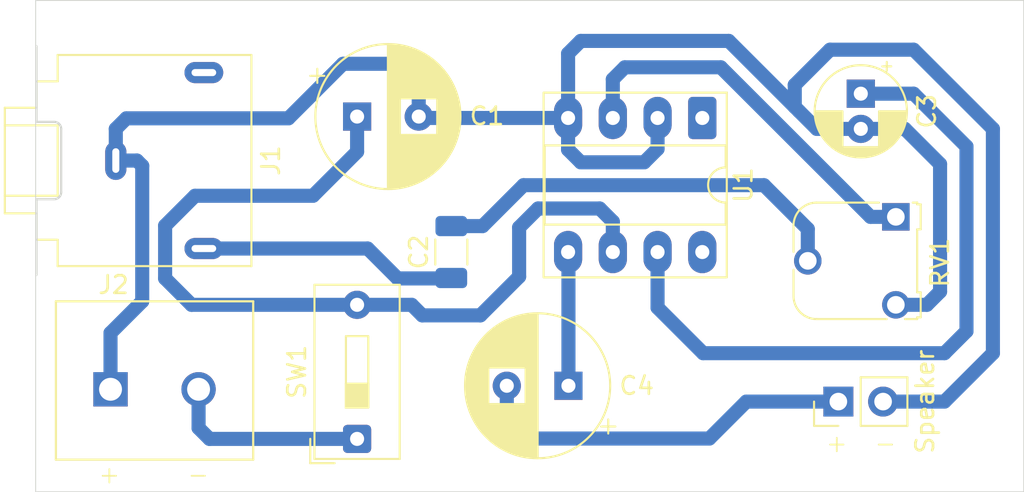
<source format=kicad_pcb>
(kicad_pcb (version 20241229) (generator "pcbnew") (generator_version "9.0")
  (layers (0 "F.Cu" signal) (2 "B.Cu" signal) (13 "F.Paste" user) (15 "B.Paste" user) (5 "F.SilkS" user "F.Silkscreen") (7 "B.SilkS" user "B.Silkscreen") (1 "F.Mask" user) (3 "B.Mask" user) (25 "Edge.Cuts" user))
  (net 0 "")
  (net 1 "Net-(J3-Pin_2)")
  (net 2 "Net-(SW1-B)")
  (net 3 "Net-(C2-Pad1)")
  (net 4 "Net-(C2-Pad2)")
  (net 5 "Net-(U1-BYPASS)")
  (net 6 "Net-(C4-Pad1)")
  (net 7 "Net-(J3-Pin_1)")
  (net 9 "Net-(U1-+)")
  (net 10 "Net-(SW1-A)")
  (footprint "Package_DIP:DIP-8_W7.62mm_Socket_LongPads" (layer "F.Cu") (at 139 95.88 -90)
    (property "Reference" "U1" (at 3.81 -2.33 90) (layer "F.SilkS"))
    (property "Value" "LM386" (hide yes))
    (pad "1" thru_hole roundrect (at 0 0 270) (size 2.4 1.6) (drill 0.8) (layers "*.Cu" "*.Mask") (roundrect_rratio 0.15625))
    (pad "2" thru_hole oval (at 0 2.54 270) (size 2.4 1.6) (drill 0.8) (layers "*.Cu" "*.Mask") (net 1 "Net-(J3-Pin_2)"))
    (pad "3" thru_hole oval (at 0 5.08 270) (size 2.4 1.6) (drill 0.8) (layers "*.Cu" "*.Mask") (net 9 "Net-(U1-+)"))
    (pad "4" thru_hole oval (at 0 7.62 270) (size 2.4 1.6) (drill 0.8) (layers "*.Cu" "*.Mask") (net 1 "Net-(J3-Pin_2)"))
    (pad "5" thru_hole oval (at 7.62 7.62 270) (size 2.4 1.6) (drill 0.8) (layers "*.Cu" "*.Mask") (net 6 "Net-(C4-Pad1)"))
    (pad "6" thru_hole oval (at 7.62 5.08 270) (size 2.4 1.6) (drill 0.8) (layers "*.Cu" "*.Mask") (net 2 "Net-(SW1-B)"))
    (pad "7" thru_hole oval (at 7.62 2.54 270) (size 2.4 1.6) (drill 0.8) (layers "*.Cu" "*.Mask") (net 5 "Net-(U1-BYPASS)"))
    (pad "8" thru_hole oval (at 7.62 0 270) (size 2.4 1.6) (drill 0.8) (layers "*.Cu" "*.Mask"))
  )
  (footprint "Potentiometer_THT:Potentiometer_Runtron_RM-065_Vertical" (layer "F.Cu") (at 149.99 101.5 -90)
    (property "Reference" "RV1" (at 2.6 -2.5 90) (layer "F.SilkS"))
    (property "Value" "10k")
    (pad "1" thru_hole rect (at 0 0 270) (size 1.56 1.56) (drill 1) (layers "*.Cu" "*.Mask") (net 9 "Net-(U1-+)"))
    (pad "2" thru_hole circle (at 2.5 5 270) (size 1.56 1.56) (drill 1) (layers "*.Cu" "*.Mask") (net 4 "Net-(C2-Pad2)"))
    (pad "3" thru_hole circle (at 5 0 270) (size 1.56 1.56) (drill 1) (layers "*.Cu" "*.Mask") (net 1 "Net-(J3-Pin_2)"))
  )
  (footprint "Capacitor_THT:CP_Radial_D5.0mm_P2.00mm" (layer "F.Cu") (at 148 94.5 -90)
    (property "Reference" "C3" (at 1 -3.75 90) (layer "F.SilkS"))
    (property "Value" "100u")
    (pad "1" thru_hole rect (at 0 0 270) (size 1.6 1.6) (drill 0.8) (layers "*.Cu" "*.Mask") (net 5 "Net-(U1-BYPASS)"))
    (pad "2" thru_hole circle (at 2 0 270) (size 1.6 1.6) (drill 0.8) (layers "*.Cu" "*.Mask") (net 1 "Net-(J3-Pin_2)"))
  )
  (footprint "Button_Switch_THT:SW_DIP_SPSTx01_Slide_9.78x4.72mm_W7.62mm_P2.54mm" (layer "F.Cu") (at 119.4 114.12 90)
    (property "Reference" "SW1" (at 3.81 -3.42 90) (layer "F.SilkS"))
    (property "Value" "SW_SPST")
    (pad "1" thru_hole roundrect (at 0 0 90) (size 1.6 1.6) (drill 0.8) (layers "*.Cu" "*.Mask") (roundrect_rratio 0.15625) (net 10 "Net-(SW1-A)"))
    (pad "2" thru_hole circle (at 7.62 0 90) (size 1.6 1.6) (drill 0.8) (layers "*.Cu" "*.Mask") (net 2 "Net-(SW1-B)"))
  )
  (footprint "Capacitor_THT:CP_Radial_D8.0mm_P3.50mm" (layer "F.Cu") (at 119.4 95.8)
    (property "Reference" "C1" (at 7.375 -0.025 0) (layer "F.SilkS"))
    (property "Value" "220u")
    (pad "1" thru_hole rect (at 0 0) (size 1.6 1.6) (drill 0.8) (layers "*.Cu" "*.Mask") (net 2 "Net-(SW1-B)"))
    (pad "2" thru_hole circle (at 3.5 0) (size 1.6 1.6) (drill 0.8) (layers "*.Cu" "*.Mask") (net 1 "Net-(J3-Pin_2)"))
  )
  (footprint "Capacitor_THT:CP_Radial_D8.0mm_P3.50mm" (layer "F.Cu") (at 131.4 111.1 180)
    (property "Reference" "C4" (hide yes))
    (property "Value" "220u")
    (fp_text user "${REFERENCE}" (at -3.875 0 0) (layer "F.SilkS"))
    (pad "1" thru_hole rect (at 0 0 180) (size 1.6 1.6) (drill 0.8) (layers "*.Cu" "*.Mask") (net 6 "Net-(C4-Pad1)"))
    (pad "2" thru_hole circle (at 3.5 0 180) (size 1.6 1.6) (drill 0.8) (layers "*.Cu" "*.Mask") (net 7 "Net-(J3-Pin_1)"))
  )
  (footprint "Componentes_kicad:OST_OSTTA020161" (layer "F.Cu") (at 107.9 111.3)
    (property "Reference" "J2" (at -2.32623 -5.93816 0) (layer "F.SilkS") (effects (font (size 1.000535 1.000535))))
    (property "Value" "Power Connector")
    (pad "1" thru_hole rect (at -2.5 0) (size 1.95 1.95) (drill 1.3) (layers "*.Cu" "*.Mask") (net 1 "Net-(J3-Pin_2)"))
    (pad "2" thru_hole circle (at 2.5 0) (size 1.95 1.95) (drill 1.3) (layers "*.Cu" "*.Mask") (net 10 "Net-(SW1-A)"))
  )
  (footprint "Connector_Audio:Jack_3.5mm_CUI_SJ1-3523N_Horizontal" (layer "F.Cu") (at 105.7 98.3 -90)
    (property "Reference" "J1" (at 0 -8.8 90) (layer "F.SilkS"))
    (property "Value" "AudioJack3")
    (fp_line (start -2.2 4.5) (end -6.5 4.5) (stroke (width 0.12)) (layer "Edge.Cuts"))
    (fp_line (start 2.2 4.5) (end 6.5 4.5) (stroke (width 0.12)) (layer "Edge.Cuts"))
    (fp_line (start -2.2 3.5) (end -2.2 4.5) (stroke (width 0.12)) (layer "Edge.Cuts"))
    (fp_line (start 2.2 3.5) (end 2.2 4.5) (stroke (width 0.12)) (layer "Edge.Cuts"))
    (fp_line (start 1.8 3.1) (end -1.8 3.1) (stroke (width 0.12)) (layer "Edge.Cuts"))
    (fp_arc (start -2.2 3.5) (mid -2.082843 3.217158) (end -1.8 3.1) (stroke (width 0.12)) (layer "Edge.Cuts"))
    (fp_arc (start 1.8 3.1) (mid 2.082843 3.217157) (end 2.2 3.5) (stroke (width 0.12)) (layer "Edge.Cuts"))
    (pad "" np_thru_hole circle (at -5 0 270) (size 1.2 1.2) (drill 1.2) (layers "*.Cu" "*.Mask"))
    (pad "" np_thru_hole circle (at -5 2.5 270) (size 1.2 1.2) (drill 1.2) (layers "*.Cu" "*.Mask"))
    (pad "" np_thru_hole circle (at 0 -5 270) (size 1.2 1.2) (drill 1.2) (layers "*.Cu" "*.Mask"))
    (pad "" np_thru_hole circle (at 5 0 270) (size 1.2 1.2) (drill 1.2) (layers "*.Cu" "*.Mask"))
    (pad "" np_thru_hole circle (at 5 2.5 270) (size 1.2 1.2) (drill 1.2) (layers "*.Cu" "*.Mask"))
    (pad "R" thru_hole oval (at -5 -5 270) (size 1.2 2.2) (drill oval 0.4 1.4) (layers "*.Cu" "*.Mask"))
    (pad "S" thru_hole oval (at 0 0 270) (size 2.2 1.2) (drill oval 1.4 0.4) (layers "*.Cu" "*.Mask") (net 1 "Net-(J3-Pin_2)"))
    (pad "T" thru_hole oval (at 5 -5 90) (size 1.2 2.2) (drill oval 0.4 1.4) (layers "*.Cu" "*.Mask") (net 3 "Net-(C2-Pad1)"))
  )
  (footprint "Capacitor_SMD:C_1206_3216Metric" (layer "F.Cu") (at 124.75 103.5 90)
    (property "Reference" "C2" (at 0 -1.85 90) (layer "F.SilkS"))
    (property "Value" "10u")
    (pad "1" smd roundrect (at -1.475 0 90) (size 1.15 1.8) (layers "F.Mask" "B.Cu" "F.Paste") (roundrect_rratio 0.217391) (net 3 "Net-(C2-Pad1)"))
    (pad "2" smd roundrect (at 1.475 0 90) (size 1.15 1.8) (layers "F.Mask" "B.Cu" "F.Paste") (roundrect_rratio 0.217391) (net 4 "Net-(C2-Pad2)"))
  )
  (footprint "Connector_PinHeader_2.54mm:PinHeader_1x02_P2.54mm_Vertical" (layer "F.Cu") (at 146.725 112 90)
    (property "Reference" "J3" (hide yes))
    (property "Value" "Speaker" (at 0 4.92 90) (layer "F.SilkS"))
    (pad "1" thru_hole rect (at 0 0 90) (size 1.7 1.7) (drill 1) (layers "*.Cu" "*.Mask") (net 7 "Net-(J3-Pin_1)"))
    (pad "2" thru_hole circle (at 0 2.54 90) (size 1.7 1.7) (drill 1) (layers "*.Cu" "*.Mask") (net 1 "Net-(J3-Pin_2)"))
  )
  (gr_rect (start 101.15 89.2) (end 157.25 117.125) (stroke (width 0.05)) (fill no) (layer "Edge.Cuts"))
  (gr_text "+  -" (at 145.95 114.95 0) (layer "F.SilkS") (effects (font (size 1 1) (thickness 0.1)) (justify left bottom)))
  (gr_text "+     -" (at 104.65 116.725 0) (layer "F.SilkS") (effects (font (size 1 1) (thickness 0.1)) (justify left bottom)))
  (segment (start 144.25 95.25) (end 144.5 95.5) (width 0.8) (layer "B.Cu") (net 1))
  (segment (start 151 92) (end 155.5 96.5) (width 0.8) (layer "B.Cu") (net 1))
  (segment (start 132.1 91.5) (end 140.5 91.5) (width 0.8) (layer "B.Cu") (net 1))
  (segment (start 152.5 105.75) (end 151.75 106.5) (width 0.8) (layer "B.Cu") (net 1))
  (segment (start 106.9 98.3) (end 107.2 98.6) (width 0.8) (layer "B.Cu") (net 1))
  (segment (start 107.2 98.6) (end 107.2 106.3) (width 0.8) (layer "B.Cu") (net 1))
  (segment (start 131.38 95.88) (end 122.98 95.88) (width 0.8) (layer "B.Cu") (net 1))
  (segment (start 122.1 92.8) (end 122.9 93.6) (width 0.8) (layer "B.Cu") (net 1))
  (segment (start 131.38 97.68) (end 131.38 95.88) (width 0.8) (layer "B.Cu") (net 1))
  (segment (start 155.5 109.25) (end 152.75 112) (width 0.8) (layer "B.Cu") (net 1))
  (segment (start 105.4 108.1) (end 105.4 111.3) (width 0.8) (layer "B.Cu") (net 1))
  (segment (start 155.5 96.5) (end 155.5 109.25) (width 0.8) (layer "B.Cu") (net 1))
  (segment (start 136.46 97.64) (end 135.7 98.4) (width 0.8) (layer "B.Cu") (net 1))
  (segment (start 146.25 92) (end 151 92) (width 0.8) (layer "B.Cu") (net 1))
  (segment (start 148 96.5) (end 150.5 96.5) (width 0.8) (layer "B.Cu") (net 1))
  (segment (start 151.75 106.5) (end 149.99 106.5) (width 0.8) (layer "B.Cu") (net 1))
  (segment (start 118.6 92.8) (end 122.1 92.8) (width 0.8) (layer "B.Cu") (net 1))
  (segment (start 131.38 92.22) (end 131.38 95.88) (width 0.8) (layer "B.Cu") (net 1))
  (segment (start 152.5 98.5) (end 152.5 105.75) (width 0.8) (layer "B.Cu") (net 1))
  (segment (start 135.7 98.4) (end 132.1 98.4) (width 0.8) (layer "B.Cu") (net 1))
  (segment (start 115.5 95.9) (end 118.6 92.8) (width 0.8) (layer "B.Cu") (net 1))
  (segment (start 122.9 93.6) (end 122.9 95.8) (width 0.8) (layer "B.Cu") (net 1))
  (segment (start 145.5 96.5) (end 144.5 95.5) (width 0.8) (layer "B.Cu") (net 1))
  (segment (start 140.5 91.5) (end 144.25 95.25) (width 0.8) (layer "B.Cu") (net 1))
  (segment (start 144.25 94) (end 146.25 92) (width 0.8) (layer "B.Cu") (net 1))
  (segment (start 132.1 98.4) (end 131.38 97.68) (width 0.8) (layer "B.Cu") (net 1))
  (segment (start 105.7 96.5) (end 106.3 95.9) (width 0.8) (layer "B.Cu") (net 1))
  (segment (start 150.5 96.5) (end 152.5 98.5) (width 0.8) (layer "B.Cu") (net 1))
  (segment (start 106.3 95.9) (end 115.5 95.9) (width 0.8) (layer "B.Cu") (net 1))
  (segment (start 144.25 95.25) (end 144.25 94) (width 0.8) (layer "B.Cu") (net 1))
  (segment (start 107.2 106.3) (end 105.4 108.1) (width 0.8) (layer "B.Cu") (net 1))
  (segment (start 148 96.5) (end 145.5 96.5) (width 0.8) (layer "B.Cu") (net 1))
  (segment (start 105.7 98.3) (end 106.9 98.3) (width 0.8) (layer "B.Cu") (net 1))
  (segment (start 136.46 95.88) (end 136.46 97.64) (width 0.8) (layer "B.Cu") (net 1))
  (segment (start 131.38 92.22) (end 132.1 91.5) (width 0.8) (layer "B.Cu") (net 1))
  (segment (start 152.75 112) (end 149.265 112) (width 0.8) (layer "B.Cu") (net 1))
  (segment (start 105.7 98.3) (end 105.7 96.5) (width 0.8) (layer "B.Cu") (net 1))
  (segment (start 133.92 101.77) (end 133.92 103.5) (width 0.8) (layer "B.Cu") (net 2))
  (segment (start 119.4 106.5) (end 110 106.5) (width 0.8) (layer "B.Cu") (net 2))
  (segment (start 108.5 102) (end 110.2 100.3) (width 0.8) (layer "B.Cu") (net 2))
  (segment (start 108.5 105) (end 108.5 102) (width 0.8) (layer "B.Cu") (net 2))
  (segment (start 126.4 107.1) (end 128.6 104.9) (width 0.8) (layer "B.Cu") (net 2))
  (segment (start 110 106.5) (end 108.5 105) (width 0.8) (layer "B.Cu") (net 2))
  (segment (start 129.675 101.025) (end 133.175 101.025) (width 0.8) (layer "B.Cu") (net 2))
  (segment (start 116.9 100.3) (end 119.4 97.8) (width 0.8) (layer "B.Cu") (net 2))
  (segment (start 110.2 100.3) (end 116.9 100.3) (width 0.8) (layer "B.Cu") (net 2))
  (segment (start 128.6 104.9) (end 128.6 102.1) (width 0.8) (layer "B.Cu") (net 2))
  (segment (start 119.4 97.8) (end 119.4 95.8) (width 0.8) (layer "B.Cu") (net 2))
  (segment (start 133.175 101.025) (end 133.92 101.77) (width 0.8) (layer "B.Cu") (net 2))
  (segment (start 123.1 107.1) (end 126.4 107.1) (width 0.8) (layer "B.Cu") (net 2))
  (segment (start 122.5 106.5) (end 123.1 107.1) (width 0.8) (layer "B.Cu") (net 2))
  (segment (start 119.4 106.5) (end 122.5 106.5) (width 0.8) (layer "B.Cu") (net 2))
  (segment (start 128.6 102.1) (end 129.675 101.025) (width 0.8) (layer "B.Cu") (net 2))
  (segment (start 110.7 103.3) (end 120 103.3) (width 0.8) (layer "B.Cu") (net 3))
  (segment (start 124.725 105) (end 124.75 104.975) (width 0.2) (layer "B.Cu") (net 3))
  (segment (start 120 103.3) (end 121.7 105) (width 0.8) (layer "B.Cu") (net 3))
  (segment (start 121.7 105) (end 124.8 105) (width 0.8) (layer "B.Cu") (net 3))
  (segment (start 142.5 99.7) (end 144.99 102.19) (width 0.8) (layer "B.Cu") (net 4))
  (segment (start 144.99 102.19) (end 144.99 104) (width 0.8) (layer "B.Cu") (net 4))
  (segment (start 124.75 102.025) (end 126.525 102.025) (width 0.8) (layer "B.Cu") (net 4))
  (segment (start 126.525 102.025) (end 128.85 99.7) (width 0.8) (layer "B.Cu") (net 4))
  (segment (start 128.85 99.7) (end 142.5 99.7) (width 0.8) (layer "B.Cu") (net 4))
  (segment (start 154 108) (end 152.75 109.25) (width 0.8) (layer "B.Cu") (net 5))
  (segment (start 136.46 106.66) (end 136.46 103.5) (width 0.8) (layer "B.Cu") (net 5))
  (segment (start 151 94.5) (end 154 97.5) (width 0.8) (layer "B.Cu") (net 5))
  (segment (start 152.75 109.25) (end 139.05 109.25) (width 0.8) (layer "B.Cu") (net 5))
  (segment (start 139.05 109.25) (end 136.46 106.66) (width 0.8) (layer "B.Cu") (net 5))
  (segment (start 148 94.5) (end 151 94.5) (width 0.8) (layer "B.Cu") (net 5))
  (segment (start 154 97.5) (end 154 108) (width 0.8) (layer "B.Cu") (net 5))
  (segment (start 131.4 111.1) (end 131.4 103.52) (width 0.8) (layer "B.Cu") (net 6))
  (segment (start 127.9 111.1) (end 127.9 113.2) (width 0.8) (layer "B.Cu") (net 7))
  (segment (start 141.5 112) (end 146.725 112) (width 0.8) (layer "B.Cu") (net 7))
  (segment (start 127.9 113.2) (end 128.8 114.1) (width 0.8) (layer "B.Cu") (net 7))
  (segment (start 128.8 114.1) (end 139.4 114.1) (width 0.8) (layer "B.Cu") (net 7))
  (segment (start 139.4 114.1) (end 141.5 112) (width 0.8) (layer "B.Cu") (net 7))
  (segment (start 134.6 93) (end 133.92 93.68) (width 0.8) (layer "B.Cu") (net 9))
  (segment (start 133.92 93.68) (end 133.92 95.88) (width 0.8) (layer "B.Cu") (net 9))
  (segment (start 140.05 93) (end 134.6 93) (width 0.8) (layer "B.Cu") (net 9))
  (segment (start 149.99 101.5) (end 148.55 101.5) (width 0.8) (layer "B.Cu") (net 9))
  (segment (start 148.55 101.5) (end 140.05 93) (width 0.8) (layer "B.Cu") (net 9))
  (segment (start 110.4 113.5) (end 110.4 111.3) (width 0.8) (layer "B.Cu") (net 10))
  (segment (start 119.4 114.12) (end 111.02 114.12) (width 0.8) (layer "B.Cu") (net 10))
  (segment (start 111.02 114.12) (end 110.4 113.5) (width 0.8) (layer "B.Cu") (net 10))
)
</source>
